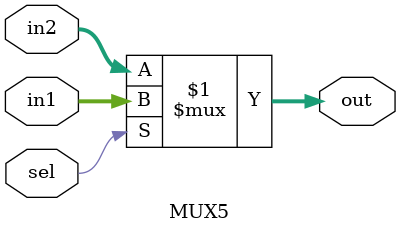
<source format=v>

module MUX5 (input[4:0] in1,in2,input sel , output[4:0] out);
	assign out = sel?in1:in2;
endmodule
	
</source>
